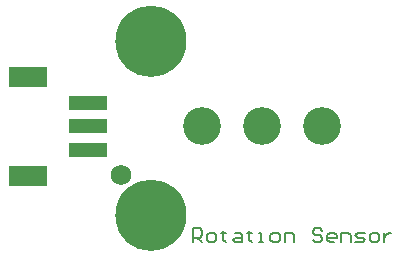
<source format=gts>
%FSLAX25Y25*%
%MOIN*%
G70*
G01*
G75*
G04 Layer_Color=8388736*
%ADD10R,0.11811X0.05906*%
%ADD11R,0.11811X0.03937*%
%ADD12C,0.02000*%
%ADD13C,0.06000*%
%ADD14C,0.11811*%
%ADD15C,0.03937*%
%ADD16C,0.23622*%
%ADD17C,0.00030*%
%ADD18C,0.01000*%
%ADD19C,0.05906*%
%ADD20C,0.00787*%
%ADD21R,0.12611X0.06706*%
%ADD22R,0.12611X0.04737*%
%ADD23C,0.06800*%
%ADD24C,0.12611*%
D15*
X42949Y77913D02*
D03*
X55476D02*
D03*
X49213Y80508D02*
D03*
X40354Y71650D02*
D03*
X42949Y65386D02*
D03*
X49213Y62791D02*
D03*
X55476Y65386D02*
D03*
X58071Y71650D02*
D03*
X42949Y19913D02*
D03*
X55476D02*
D03*
X49213Y22508D02*
D03*
X40354Y13650D02*
D03*
X42949Y7386D02*
D03*
X49213Y4791D02*
D03*
X55476Y7386D02*
D03*
X58071Y13650D02*
D03*
D16*
X49213Y71650D02*
D03*
Y13650D02*
D03*
D19*
X58071Y71650D02*
G03*
X58071Y71650I-8858J0D01*
G01*
Y13650D02*
G03*
X58071Y13650I-8858J0D01*
G01*
D20*
X63150Y4650D02*
Y9373D01*
X65511D01*
X66298Y8585D01*
Y7011D01*
X65511Y6224D01*
X63150D01*
X64724D02*
X66298Y4650D01*
X68660D02*
X70234D01*
X71021Y5437D01*
Y7011D01*
X70234Y7798D01*
X68660D01*
X67873Y7011D01*
Y5437D01*
X68660Y4650D01*
X73383Y8585D02*
Y7798D01*
X72595D01*
X74170D01*
X73383D01*
Y5437D01*
X74170Y4650D01*
X77318Y7798D02*
X78893D01*
X79680Y7011D01*
Y4650D01*
X77318D01*
X76531Y5437D01*
X77318Y6224D01*
X79680D01*
X82041Y8585D02*
Y7798D01*
X81254D01*
X82828D01*
X82041D01*
Y5437D01*
X82828Y4650D01*
X85190D02*
X86764D01*
X85977D01*
Y7798D01*
X85190D01*
X89913Y4650D02*
X91487D01*
X92274Y5437D01*
Y7011D01*
X91487Y7798D01*
X89913D01*
X89126Y7011D01*
Y5437D01*
X89913Y4650D01*
X93848D02*
Y7798D01*
X96210D01*
X96997Y7011D01*
Y4650D01*
X106443Y8585D02*
X105656Y9373D01*
X104081D01*
X103294Y8585D01*
Y7798D01*
X104081Y7011D01*
X105656D01*
X106443Y6224D01*
Y5437D01*
X105656Y4650D01*
X104081D01*
X103294Y5437D01*
X110378Y4650D02*
X108804D01*
X108017Y5437D01*
Y7011D01*
X108804Y7798D01*
X110378D01*
X111166Y7011D01*
Y6224D01*
X108017D01*
X112740Y4650D02*
Y7798D01*
X115101D01*
X115889Y7011D01*
Y4650D01*
X117463D02*
X119824D01*
X120611Y5437D01*
X119824Y6224D01*
X118250D01*
X117463Y7011D01*
X118250Y7798D01*
X120611D01*
X122973Y4650D02*
X124547D01*
X125334Y5437D01*
Y7011D01*
X124547Y7798D01*
X122973D01*
X122186Y7011D01*
Y5437D01*
X122973Y4650D01*
X126909Y7798D02*
Y4650D01*
Y6224D01*
X127696Y7011D01*
X128483Y7798D01*
X129270D01*
D21*
X8465Y59842D02*
D03*
Y26772D02*
D03*
D22*
X28150Y51181D02*
D03*
Y43307D02*
D03*
Y35433D02*
D03*
D23*
X39150Y27150D02*
D03*
D24*
X66299Y43307D02*
D03*
X106299D02*
D03*
X86299D02*
D03*
M02*

</source>
